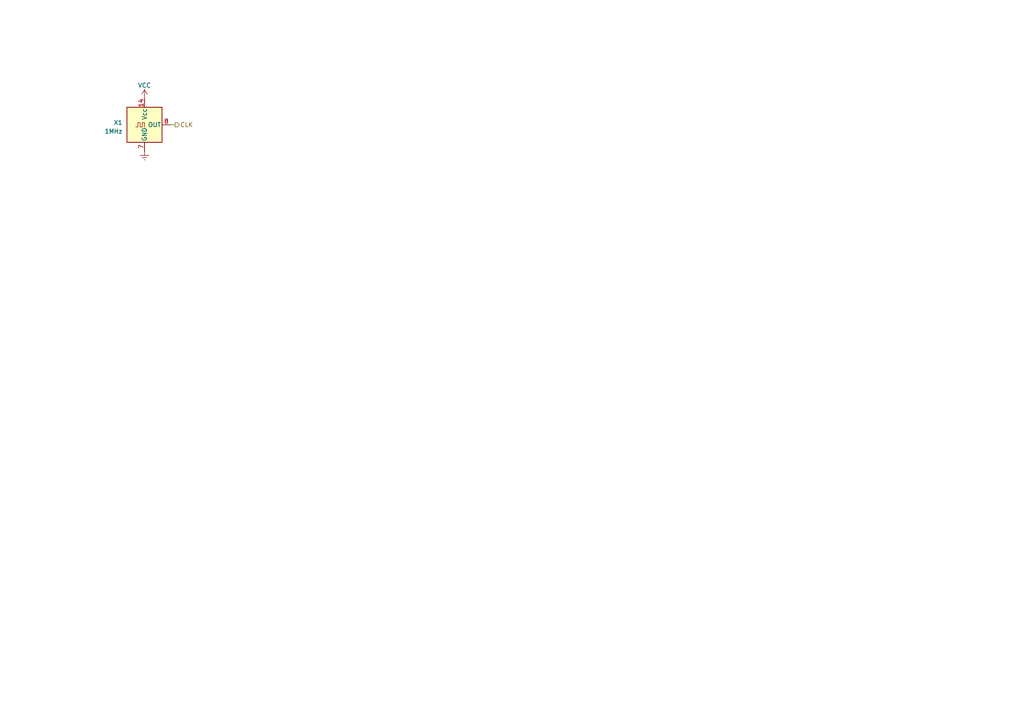
<source format=kicad_sch>
(kicad_sch (version 20230121) (generator eeschema)
  (paper "A4")
  (lib_symbols
    (symbol "Oscillator:ACO-xxxMHz" (pin_names (offset 0.254))
      (property "Reference" "X" (at -5.08 6.35 0))
      (property "Value" "ACO-xxxMHz" (at 1.27 -6.35 0))
      (symbol "ACO-xxxMHz_0_1"
        (rectangle (start -5.08 5.08) (end 5.08 -5.08) (stroke (width 0.254)) (fill (type background)))
        (polyline (pts (xy -2.54 -0.635) (xy -1.905 -0.635) (xy -1.905 0.635) (xy -1.27 0.635) (xy -1.27 -0.635) (xy -0.635 -0.635) (xy -0.635 0.635) (xy 0 0.635) (xy 0 -0.635)))
      )
      (symbol "ACO-xxxMHz_1_1"
        (pin no_connect line (at -5.08 2.54 0) (length 2.54) hide (name "NC") (number "1"))
        (pin power_in line (at 0 7.62 270) (length 2.54) (name "Vcc") (number "14"))
        (pin power_in line (at 0 -7.62 90) (length 2.54) (name "GND") (number "7"))
        (pin output line (at 7.62 0 180) (length 2.54) (name "OUT") (number "8"))
      )
    )
    (symbol "power:Earth" (power) (pin_names (offset 0))
      (symbol "Earth_0_1"
        (polyline (pts (xy -0.635 -1.905) (xy 0.635 -1.905)))
        (polyline (pts (xy -0.127 -2.54) (xy 0.127 -2.54)))
        (polyline (pts (xy 0 -1.27) (xy 0 0)))
        (polyline (pts (xy 1.27 -1.27) (xy -1.27 -1.27)))
      )
      (symbol "Earth_1_1"
        (pin power_in line (at 0 0 270) (length 0) hide (name "Earth") (number "1"))
      )
    )
    (symbol "power:VCC" (power) (pin_names (offset 0))
      (property "Value" "VCC" (at 0 3.81 0))
      (symbol "VCC_0_1"
        (polyline (pts (xy -0.762 1.27) (xy 0 2.54)))
        (polyline (pts (xy 0 0) (xy 0 2.54)))
        (polyline (pts (xy 0 2.54) (xy 0.762 1.27)))
      )
      (symbol "VCC_1_1"
        (pin power_in line (at 0 0 90) (length 0) hide (name "VCC") (number "1"))
      )
    )
  )
  (wire (pts (xy 50.8 36.195) (xy 49.53 36.195)))
  (hierarchical_label "CLK" (shape output) (at 50.8 36.195 0))
  (symbol (lib_id "power:VCC") (at 41.91 28.575 0) (unit 1)
    (property "Reference" "#PWR01" (effects hide))
    (property "Value" "+5V" (at 41.91 24.765 0))
  )
  (symbol (lib_id "Oscillator:ACO-xxxMHz") (at 41.91 36.195 0) (unit 1)
    (property "Reference" "X1" (at 35.56 35.56 0) (effects (justify right)))
    (property "Value" "1MHz" (at 35.56 38.1 0) (effects (justify right)))
    (property "Footprint" "Oscillator:Oscillator_DIP-14" (effects hide))
    (property "Datasheet" "http://www.conwin.com/datasheets/cx/cx030.pdf" (effects hide))
  )
  (symbol (lib_id "power:Earth") (at 41.91 43.815 0) (unit 1)
    (property "Reference" "#PWR04" (effects hide))
    (property "Value" "Earth" (effects hide))
  )
)
</source>
